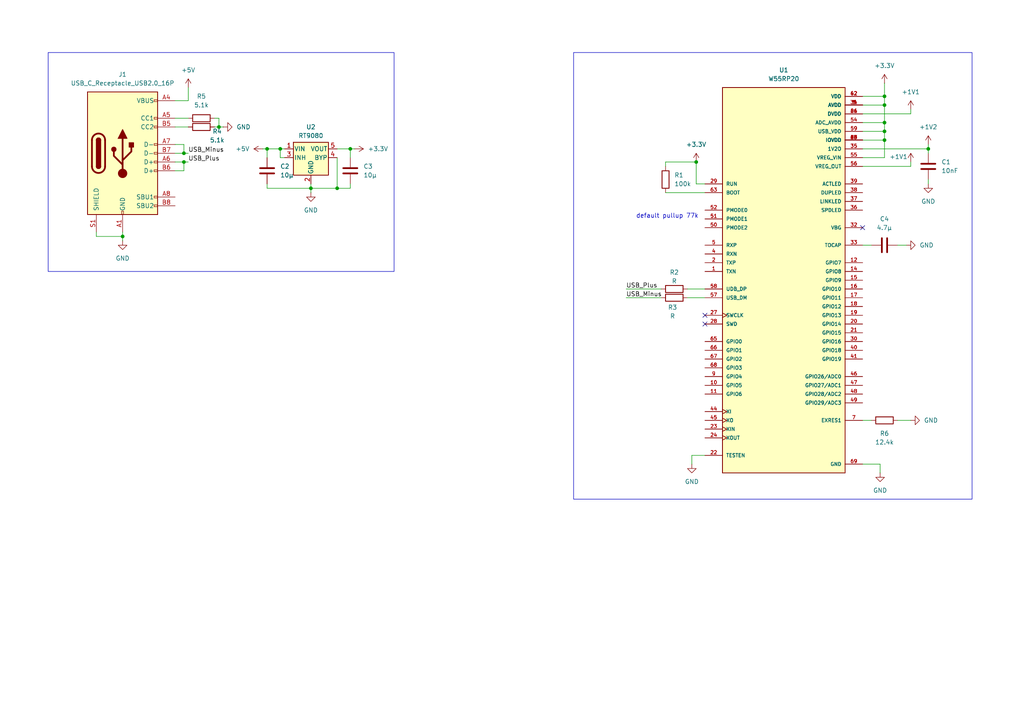
<source format=kicad_sch>
(kicad_sch (version 20250114) (generator "eeschema") (generator_version "9.0")
  (paper "A4")
  (lib_symbols
    (symbol "Connector:USB_C_Receptacle_USB2.0_16P" (pin_names (offset 1.016))
      (property "Reference" "J" (at 0 22.225 0))
      (property "Value" "USB_C_Receptacle_USB2.0_16P" (at 0 19.685 0))
      (symbol "USB_C_Receptacle_USB2.0_16P_0_0"
        (rectangle (start -0.254 -17.78) (end 0.254 -16.764))
        (rectangle (start 10.16 15.494) (end 9.144 14.986))
        (rectangle (start 10.16 10.414) (end 9.144 9.906))
        (rectangle (start 10.16 7.874) (end 9.144 7.366))
        (rectangle (start 10.16 2.794) (end 9.144 2.286))
        (rectangle (start 10.16 0.254) (end 9.144 -0.254))
        (rectangle (start 10.16 -2.286) (end 9.144 -2.794))
        (rectangle (start 10.16 -4.826) (end 9.144 -5.334))
        (rectangle (start 10.16 -12.446) (end 9.144 -12.954))
        (rectangle (start 10.16 -14.986) (end 9.144 -15.494))
      )
      (symbol "USB_C_Receptacle_USB2.0_16P_0_1"
        (rectangle (start -10.16 17.78) (end 10.16 -17.78) (stroke (width 0.254)) (fill (type background)))
        (polyline (pts (xy -8.89 -3.81) (xy -8.89 3.81)) (stroke (width 0.508)))
        (rectangle (start -7.62 -3.81) (end -6.35 3.81) (stroke (width 0.254)) (fill (type outline)))
        (arc (start -7.62 3.81) (mid -6.985 4.4423) (end -6.35 3.81) (stroke (width 0.254)))
        (arc (start -7.62 3.81) (mid -6.985 4.4423) (end -6.35 3.81) (stroke (width 0.254)) (fill (type outline)))
        (arc (start -8.89 3.81) (mid -6.985 5.7067) (end -5.08 3.81) (stroke (width 0.508)))
        (arc (start -5.08 -3.81) (mid -6.985 -5.7067) (end -8.89 -3.81) (stroke (width 0.508)))
        (arc (start -6.35 -3.81) (mid -6.985 -4.4423) (end -7.62 -3.81) (stroke (width 0.254)))
        (arc (start -6.35 -3.81) (mid -6.985 -4.4423) (end -7.62 -3.81) (stroke (width 0.254)) (fill (type outline)))
        (polyline (pts (xy -5.08 3.81) (xy -5.08 -3.81)) (stroke (width 0.508)))
        (circle (center -2.54 1.143) (radius 0.635) (stroke (width 0.254)) (fill (type outline)))
        (polyline (pts (xy -1.27 4.318) (xy 0 6.858) (xy 1.27 4.318) (xy -1.27 4.318)) (stroke (width 0.254)) (fill (type outline)))
        (polyline (pts (xy 0 -2.032) (xy 2.54 0.508) (xy 2.54 1.778)) (stroke (width 0.508)))
        (polyline (pts (xy 0 -3.302) (xy -2.54 -0.762) (xy -2.54 0.508)) (stroke (width 0.508)))
        (polyline (pts (xy 0 -5.842) (xy 0 4.318)) (stroke (width 0.508)))
        (circle (center 0 -5.842) (radius 1.27) (fill (type outline)))
        (rectangle (start 1.905 1.778) (end 3.175 3.048) (stroke (width 0.254)) (fill (type outline)))
      )
      (symbol "USB_C_Receptacle_USB2.0_16P_1_1"
        (pin passive line (at -7.62 -22.86 90) (length 5.08) (name "SHIELD") (number "S1"))
        (pin passive line (at 0 -22.86 90) (length 5.08) (name "GND") (number "A1"))
        (pin passive line (at 0 -22.86 90) (length 5.08) (hide yes) (name "GND") (number "A12"))
        (pin passive line (at 0 -22.86 90) (length 5.08) (hide yes) (name "GND") (number "B1"))
        (pin passive line (at 0 -22.86 90) (length 5.08) (hide yes) (name "GND") (number "B12"))
        (pin passive line (at 15.24 15.24 180) (length 5.08) (name "VBUS") (number "A4"))
        (pin passive line (at 15.24 15.24 180) (length 5.08) (hide yes) (name "VBUS") (number "A9"))
        (pin passive line (at 15.24 15.24 180) (length 5.08) (hide yes) (name "VBUS") (number "B4"))
        (pin passive line (at 15.24 15.24 180) (length 5.08) (hide yes) (name "VBUS") (number "B9"))
        (pin bidirectional line (at 15.24 10.16 180) (length 5.08) (name "CC1") (number "A5"))
        (pin bidirectional line (at 15.24 7.62 180) (length 5.08) (name "CC2") (number "B5"))
        (pin bidirectional line (at 15.24 2.54 180) (length 5.08) (name "D-") (number "A7"))
        (pin bidirectional line (at 15.24 0 180) (length 5.08) (name "D-") (number "B7"))
        (pin bidirectional line (at 15.24 -2.54 180) (length 5.08) (name "D+") (number "A6"))
        (pin bidirectional line (at 15.24 -5.08 180) (length 5.08) (name "D+") (number "B6"))
        (pin bidirectional line (at 15.24 -12.7 180) (length 5.08) (name "SBU1") (number "A8"))
        (pin bidirectional line (at 15.24 -15.24 180) (length 5.08) (name "SBU2") (number "B8"))
      )
    )
    (symbol "Device:C" (pin_numbers (hide yes)) (pin_names (offset 0.254))
      (property "Reference" "C" (at 0.635 2.54 0))
      (property "Value" "C" (at 0.635 -2.54 0))
      (symbol "C_0_1"
        (polyline (pts (xy -2.032 0.762) (xy 2.032 0.762)) (stroke (width 0.508)))
        (polyline (pts (xy -2.032 -0.762) (xy 2.032 -0.762)) (stroke (width 0.508)))
      )
      (symbol "C_1_1"
        (pin passive line (at 0 3.81 270) (length 2.794) (name "~") (number "1"))
        (pin passive line (at 0 -3.81 90) (length 2.794) (name "~") (number "2"))
      )
    )
    (symbol "Device:R" (pin_numbers (hide yes)) (pin_names (offset 0))
      (property "Reference" "R" (at 2.032 0 90))
      (property "Value" "R" (at 0 0 90))
      (symbol "R_0_1"
        (rectangle (start -1.016 -2.54) (end 1.016 2.54) (stroke (width 0.254)))
      )
      (symbol "R_1_1"
        (pin passive line (at 0 3.81 270) (length 1.27) (name "~") (number "1"))
        (pin passive line (at 0 -3.81 90) (length 1.27) (name "~") (number "2"))
      )
    )
    (symbol "Regulator_Linear:LD3985G33R_TSOT23" (pin_names (offset 0.254))
      (property "Reference" "U" (at -4.064 5.588 0))
      (property "Value" "LD3985G33R_TSOT23" (at 0 5.588 0))
      (symbol "LD3985G33R_TSOT23_0_1"
        (rectangle (start -5.08 4.445) (end 5.08 -5.08) (stroke (width 0.254)) (fill (type background)))
      )
      (symbol "LD3985G33R_TSOT23_1_1"
        (pin power_in line (at -7.62 2.54 0) (length 2.54) (name "VIN") (number "1"))
        (pin input line (at -7.62 0 0) (length 2.54) (name "INH") (number "3"))
        (pin power_in line (at 0 -7.62 90) (length 2.54) (name "GND") (number "2"))
        (pin power_out line (at 7.62 2.54 180) (length 2.54) (name "VOUT") (number "5"))
        (pin input line (at 7.62 0 180) (length 2.54) (name "BYP") (number "4"))
      )
    )
    (symbol "W55RP20:W55RP20" (pin_names (offset 1.016))
      (property "Reference" "U" (at -17.8059 57.242 0))
      (property "Value" "W55RP20" (at -17.8306 -58.598 0))
      (symbol "W55RP20_0_0"
        (rectangle (start -17.78 -55.88) (end 17.78 55.88) (stroke (width 0.254)) (fill (type background)))
        (pin input line (at -22.86 27.94 0) (length 5.08) (name "RUN") (number "29"))
        (pin input line (at -22.86 25.4 0) (length 5.08) (name "BOOT") (number "63"))
        (pin input line (at -22.86 20.32 0) (length 5.08) (name "PMODE0") (number "52"))
        (pin input line (at -22.86 17.78 0) (length 5.08) (name "PMODE1") (number "51"))
        (pin input line (at -22.86 15.24 0) (length 5.08) (name "PMODE2") (number "50"))
        (pin input line (at -22.86 10.16 0) (length 5.08) (name "RXP") (number "5"))
        (pin input line (at -22.86 7.62 0) (length 5.08) (name "RXN") (number "4"))
        (pin output line (at -22.86 5.08 0) (length 5.08) (name "TXP") (number "2"))
        (pin output line (at -22.86 2.54 0) (length 5.08) (name "TXN") (number "1"))
        (pin bidirectional line (at -22.86 -2.54 0) (length 5.08) (name "UDB_DP") (number "58"))
        (pin bidirectional line (at -22.86 -5.08 0) (length 5.08) (name "USB_DM") (number "57"))
        (pin output clock (at -22.86 -10.16 0) (length 5.08) (name "SWCLK") (number "27"))
        (pin bidirectional line (at -22.86 -12.7 0) (length 5.08) (name "SWD") (number "28"))
        (pin bidirectional line (at -22.86 -17.78 0) (length 5.08) (name "GPIO0") (number "65"))
        (pin bidirectional line (at -22.86 -20.32 0) (length 5.08) (name "GPIO1") (number "66"))
        (pin bidirectional line (at -22.86 -22.86 0) (length 5.08) (name "GPIO2") (number "67"))
        (pin bidirectional line (at -22.86 -25.4 0) (length 5.08) (name "GPIO3") (number "68"))
        (pin bidirectional line (at -22.86 -27.94 0) (length 5.08) (name "GPIO4") (number "9"))
        (pin bidirectional line (at -22.86 -30.48 0) (length 5.08) (name "GPIO5") (number "10"))
        (pin bidirectional line (at -22.86 -33.02 0) (length 5.08) (name "GPIO6") (number "11"))
        (pin input clock (at -22.86 -38.1 0) (length 5.08) (name "XI") (number "44"))
        (pin output clock (at -22.86 -40.64 0) (length 5.08) (name "XO") (number "45"))
        (pin input clock (at -22.86 -43.18 0) (length 5.08) (name "XIN") (number "23"))
        (pin output clock (at -22.86 -45.72 0) (length 5.08) (name "XOUT") (number "24"))
        (pin input line (at -22.86 -50.8 0) (length 5.08) (name "TESTEN") (number "22"))
        (pin power_in line (at 22.86 53.34 180) (length 5.08) (name "VDD") (number "42"))
        (pin power_in line (at 22.86 53.34 180) (length 5.08) (name "VDD") (number "62"))
        (pin power_in line (at 22.86 50.8 180) (length 5.08) (name "AVDD") (number "3"))
        (pin power_in line (at 22.86 50.8 180) (length 5.08) (name "AVDD") (number "31"))
        (pin power_in line (at 22.86 50.8 180) (length 5.08) (name "AVDD") (number "34"))
        (pin power_in line (at 22.86 50.8 180) (length 5.08) (name "AVDD") (number "6"))
        (pin power_in line (at 22.86 50.8 180) (length 5.08) (name "AVDD") (number "8"))
        (pin power_in line (at 22.86 48.26 180) (length 5.08) (name "DVDD") (number "26"))
        (pin power_in line (at 22.86 48.26 180) (length 5.08) (name "DVDD") (number "61"))
        (pin power_in line (at 22.86 45.72 180) (length 5.08) (name "ADC_AVDD") (number "54"))
        (pin power_in line (at 22.86 43.18 180) (length 5.08) (name "USB_VDD") (number "59"))
        (pin power_in line (at 22.86 40.64 180) (length 5.08) (name "IOVDD") (number "13"))
        (pin power_in line (at 22.86 40.64 180) (length 5.08) (name "IOVDD") (number "25"))
        (pin power_in line (at 22.86 40.64 180) (length 5.08) (name "IOVDD") (number "43"))
        (pin power_in line (at 22.86 40.64 180) (length 5.08) (name "IOVDD") (number "53"))
        (pin power_in line (at 22.86 40.64 180) (length 5.08) (name "IOVDD") (number "60"))
        (pin power_in line (at 22.86 40.64 180) (length 5.08) (name "IOVDD") (number "64"))
        (pin power_in line (at 22.86 38.1 180) (length 5.08) (name "1V2O") (number "35"))
        (pin power_in line (at 22.86 35.56 180) (length 5.08) (name "VREG_VIN") (number "55"))
        (pin power_in line (at 22.86 33.02 180) (length 5.08) (name "VREG_OUT") (number "56"))
        (pin output line (at 22.86 27.94 180) (length 5.08) (name "ACTLED") (number "39"))
        (pin output line (at 22.86 25.4 180) (length 5.08) (name "DUPLED") (number "38"))
        (pin output line (at 22.86 22.86 180) (length 5.08) (name "LINKLED") (number "37"))
        (pin output line (at 22.86 20.32 180) (length 5.08) (name "SPDLED") (number "36"))
        (pin output line (at 22.86 15.24 180) (length 5.08) (name "VBG") (number "32"))
        (pin output line (at 22.86 10.16 180) (length 5.08) (name "TOCAP") (number "33"))
        (pin bidirectional line (at 22.86 5.08 180) (length 5.08) (name "GPIO7") (number "12"))
        (pin bidirectional line (at 22.86 2.54 180) (length 5.08) (name "GPIO8") (number "14"))
        (pin bidirectional line (at 22.86 0 180) (length 5.08) (name "GPIO9") (number "15"))
        (pin bidirectional line (at 22.86 -2.54 180) (length 5.08) (name "GPIO10") (number "16"))
        (pin bidirectional line (at 22.86 -5.08 180) (length 5.08) (name "GPIO11") (number "17"))
        (pin bidirectional line (at 22.86 -7.62 180) (length 5.08) (name "GPIO12") (number "18"))
        (pin bidirectional line (at 22.86 -10.16 180) (length 5.08) (name "GPIO13") (number "19"))
        (pin bidirectional line (at 22.86 -12.7 180) (length 5.08) (name "GPIO14") (number "20"))
        (pin bidirectional line (at 22.86 -15.24 180) (length 5.08) (name "GPIO15") (number "21"))
        (pin bidirectional line (at 22.86 -17.78 180) (length 5.08) (name "GPIO16") (number "30"))
        (pin bidirectional line (at 22.86 -20.32 180) (length 5.08) (name "GPIO18") (number "40"))
        (pin bidirectional line (at 22.86 -22.86 180) (length 5.08) (name "GPIO19") (number "41"))
        (pin bidirectional line (at 22.86 -27.94 180) (length 5.08) (name "GPIO26/ADC0") (number "46"))
        (pin bidirectional line (at 22.86 -30.48 180) (length 5.08) (name "GPIO27/ADC1") (number "47"))
        (pin bidirectional line (at 22.86 -33.02 180) (length 5.08) (name "GPIO28/ADC2") (number "48"))
        (pin bidirectional line (at 22.86 -35.56 180) (length 5.08) (name "GPIO29/ADC3") (number "49"))
        (pin passive line (at 22.86 -40.64 180) (length 5.08) (name "EXRES1") (number "7"))
        (pin power_in line (at 22.86 -53.34 180) (length 5.08) (name "GND") (number "69"))
      )
    )
    (symbol "power:+1V1" (power) (pin_numbers (hide yes)) (pin_names (offset 0) (hide yes))
      (property "Value" "+1V1" (at 0 3.556 0))
      (symbol "+1V1_0_1"
        (polyline (pts (xy -0.762 1.27) (xy 0 2.54)))
        (polyline (pts (xy 0 2.54) (xy 0.762 1.27)))
        (polyline (pts (xy 0 0) (xy 0 2.54)))
      )
      (symbol "+1V1_1_1"
        (pin power_in line (at 0 0 90) (length 0) (name "~") (number "1"))
      )
    )
    (symbol "power:+1V2" (power) (pin_numbers (hide yes)) (pin_names (offset 0) (hide yes))
      (property "Value" "+1V2" (at 0 3.556 0))
      (symbol "+1V2_0_1"
        (polyline (pts (xy -0.762 1.27) (xy 0 2.54)))
        (polyline (pts (xy 0 2.54) (xy 0.762 1.27)))
        (polyline (pts (xy 0 0) (xy 0 2.54)))
      )
      (symbol "+1V2_1_1"
        (pin power_in line (at 0 0 90) (length 0) (name "~") (number "1"))
      )
    )
    (symbol "power:+3.3V" (power) (pin_numbers (hide yes)) (pin_names (offset 0) (hide yes))
      (property "Value" "+3.3V" (at 0 3.556 0))
      (symbol "+3.3V_0_1"
        (polyline (pts (xy -0.762 1.27) (xy 0 2.54)))
        (polyline (pts (xy 0 2.54) (xy 0.762 1.27)))
        (polyline (pts (xy 0 0) (xy 0 2.54)))
      )
      (symbol "+3.3V_1_1"
        (pin power_in line (at 0 0 90) (length 0) (name "~") (number "1"))
      )
    )
    (symbol "power:+5V" (power) (pin_numbers (hide yes)) (pin_names (offset 0) (hide yes))
      (property "Value" "+5V" (at 0 3.556 0))
      (symbol "+5V_0_1"
        (polyline (pts (xy -0.762 1.27) (xy 0 2.54)))
        (polyline (pts (xy 0 2.54) (xy 0.762 1.27)))
        (polyline (pts (xy 0 0) (xy 0 2.54)))
      )
      (symbol "+5V_1_1"
        (pin power_in line (at 0 0 90) (length 0) (name "~") (number "1"))
      )
    )
    (symbol "power:GND" (power) (pin_numbers (hide yes)) (pin_names (offset 0) (hide yes))
      (property "Value" "GND" (at 0 -3.81 0))
      (symbol "GND_0_1"
        (polyline (pts (xy 0 0) (xy 0 -1.27) (xy 1.27 -1.27) (xy 0 -2.54) (xy -1.27 -1.27) (xy 0 -1.27)))
      )
      (symbol "GND_1_1"
        (pin power_in line (at 0 0 270) (length 0) (name "~") (number "1"))
      )
    )
  )
  (rectangle (start 13.97 15.24) (end 114.3 78.74))
  (rectangle (start 166.37 15.24) (end 281.94 144.78))
  (text "default pullup 77k\n" (at 193.548 62.738 0) (effects (font (size 1.27 1.27))))
  (junction (at 90.17 54.61))
  (junction (at 256.54 35.56))
  (junction (at 256.54 38.1))
  (junction (at 77.47 43.18))
  (junction (at 256.54 40.64))
  (junction (at 53.34 44.45))
  (junction (at 35.56 68.58))
  (junction (at 53.34 46.99))
  (junction (at 81.28 43.18))
  (junction (at 256.54 30.48))
  (junction (at 97.79 54.61))
  (junction (at 101.6 43.18))
  (junction (at 256.54 27.94))
  (junction (at 269.24 43.18))
  (junction (at 201.93 46.99))
  (junction (at 63.5 36.83))
  (no_connect (at 204.47 93.98))
  (no_connect (at 250.19 66.04))
  (no_connect (at 204.47 91.44))
  (wire (pts (xy 260.35 121.92) (xy 264.16 121.92)))
  (wire (pts (xy 256.54 35.56) (xy 256.54 38.1)))
  (wire (pts (xy 77.47 53.34) (xy 77.47 54.61)))
  (wire (pts (xy 77.47 54.61) (xy 90.17 54.61)))
  (wire (pts (xy 250.19 43.18) (xy 269.24 43.18)))
  (wire (pts (xy 269.24 52.07) (xy 269.24 53.34)))
  (wire (pts (xy 199.39 83.82) (xy 204.47 83.82)))
  (wire (pts (xy 77.47 43.18) (xy 76.2 43.18)))
  (wire (pts (xy 101.6 54.61) (xy 97.79 54.61)))
  (wire (pts (xy 82.55 45.72) (xy 81.28 45.72)))
  (wire (pts (xy 199.39 86.36) (xy 204.47 86.36)))
  (wire (pts (xy 54.61 29.21) (xy 50.8 29.21)))
  (wire (pts (xy 250.19 38.1) (xy 256.54 38.1)))
  (wire (pts (xy 201.93 53.34) (xy 204.47 53.34)))
  (wire (pts (xy 260.35 71.12) (xy 262.89 71.12)))
  (wire (pts (xy 90.17 54.61) (xy 90.17 55.88)))
  (wire (pts (xy 97.79 54.61) (xy 90.17 54.61)))
  (wire (pts (xy 53.34 41.91) (xy 53.34 44.45)))
  (wire (pts (xy 255.27 134.62) (xy 250.19 134.62)))
  (wire (pts (xy 63.5 34.29) (xy 63.5 36.83)))
  (wire (pts (xy 250.19 30.48) (xy 256.54 30.48)))
  (wire (pts (xy 77.47 43.18) (xy 77.47 45.72)))
  (wire (pts (xy 200.66 132.08) (xy 204.47 132.08)))
  (wire (pts (xy 250.19 40.64) (xy 256.54 40.64)))
  (wire (pts (xy 63.5 36.83) (xy 64.77 36.83)))
  (wire (pts (xy 193.04 46.99) (xy 193.04 48.26)))
  (wire (pts (xy 193.04 55.88) (xy 204.47 55.88)))
  (wire (pts (xy 27.94 67.31) (xy 27.94 68.58)))
  (wire (pts (xy 256.54 30.48) (xy 256.54 35.56)))
  (wire (pts (xy 181.61 83.82) (xy 191.77 83.82)))
  (wire (pts (xy 90.17 53.34) (xy 90.17 54.61)))
  (wire (pts (xy 256.54 27.94) (xy 256.54 30.48)))
  (wire (pts (xy 264.16 46.99) (xy 264.16 48.26)))
  (wire (pts (xy 27.94 68.58) (xy 35.56 68.58)))
  (wire (pts (xy 256.54 35.56) (xy 250.19 35.56)))
  (wire (pts (xy 50.8 41.91) (xy 53.34 41.91)))
  (wire (pts (xy 35.56 68.58) (xy 35.56 69.85)))
  (wire (pts (xy 264.16 33.02) (xy 250.19 33.02)))
  (wire (pts (xy 97.79 43.18) (xy 101.6 43.18)))
  (wire (pts (xy 50.8 49.53) (xy 53.34 49.53)))
  (wire (pts (xy 50.8 36.83) (xy 54.61 36.83)))
  (wire (pts (xy 53.34 46.99) (xy 54.61 46.99)))
  (wire (pts (xy 255.27 137.16) (xy 255.27 134.62)))
  (wire (pts (xy 201.93 46.99) (xy 201.93 53.34)))
  (wire (pts (xy 269.24 43.18) (xy 269.24 44.45)))
  (wire (pts (xy 256.54 40.64) (xy 256.54 45.72)))
  (wire (pts (xy 101.6 43.18) (xy 102.87 43.18)))
  (wire (pts (xy 54.61 25.4) (xy 54.61 29.21)))
  (wire (pts (xy 201.93 46.99) (xy 193.04 46.99)))
  (wire (pts (xy 250.19 71.12) (xy 252.73 71.12)))
  (wire (pts (xy 264.16 31.75) (xy 264.16 33.02)))
  (wire (pts (xy 81.28 45.72) (xy 81.28 43.18)))
  (wire (pts (xy 97.79 45.72) (xy 97.79 54.61)))
  (wire (pts (xy 50.8 44.45) (xy 53.34 44.45)))
  (wire (pts (xy 200.66 134.62) (xy 200.66 132.08)))
  (wire (pts (xy 250.19 45.72) (xy 256.54 45.72)))
  (wire (pts (xy 181.61 86.36) (xy 191.77 86.36)))
  (wire (pts (xy 53.34 44.45) (xy 54.61 44.45)))
  (wire (pts (xy 62.23 36.83) (xy 63.5 36.83)))
  (wire (pts (xy 35.56 67.31) (xy 35.56 68.58)))
  (wire (pts (xy 269.24 43.18) (xy 269.24 41.91)))
  (wire (pts (xy 256.54 38.1) (xy 256.54 40.64)))
  (wire (pts (xy 82.55 43.18) (xy 81.28 43.18)))
  (wire (pts (xy 50.8 34.29) (xy 54.61 34.29)))
  (wire (pts (xy 256.54 27.94) (xy 250.19 27.94)))
  (wire (pts (xy 81.28 43.18) (xy 77.47 43.18)))
  (wire (pts (xy 264.16 48.26) (xy 250.19 48.26)))
  (wire (pts (xy 101.6 43.18) (xy 101.6 45.72)))
  (wire (pts (xy 50.8 46.99) (xy 53.34 46.99)))
  (wire (pts (xy 250.19 121.92) (xy 252.73 121.92)))
  (wire (pts (xy 53.34 49.53) (xy 53.34 46.99)))
  (wire (pts (xy 62.23 34.29) (xy 63.5 34.29)))
  (wire (pts (xy 101.6 53.34) (xy 101.6 54.61)))
  (wire (pts (xy 256.54 24.13) (xy 256.54 27.94)))
  (label "USB_Plus" (at 54.61 46.99 0))
  (label "USB_Plus" (at 181.61 83.82 0))
  (label "USB_Minus" (at 54.61 44.45 0))
  (label "USB_Minus" (at 181.61 86.36 0))
  (symbol (lib_id "power:+5V") (at 54.61 25.4 0) (unit 1)
    (property "Reference" "#PWR09" (effects (hide yes)))
    (property "Value" "+5V" (at 54.61 20.32 0))
    (property "Description" "Power symbol creates a global label with name \"+5V\"" (effects (hide yes)))
  )
  (symbol (lib_id "Device:C") (at 101.6 49.53 0) (unit 1)
    (property "Reference" "C3" (at 105.41 48.2599 0) (effects (justify left)))
    (property "Value" "10μ" (at 105.41 50.7999 0) (effects (justify left)))
    (property "Description" "Unpolarized capacitor" (effects (hide yes)))
  )
  (symbol (lib_id "power:GND") (at 264.16 121.92 90) (unit 1)
    (property "Reference" "#PWR015" (effects (hide yes)))
    (property "Value" "GND" (at 267.97 121.9199 90) (effects (justify right)))
    (property "Description" "Power symbol creates a global label with name \"GND\" , ground" (effects (hide yes)))
  )
  (symbol (lib_id "power:+3.3V") (at 256.54 24.13 0) (unit 1)
    (property "Reference" "#PWR01" (effects (hide yes)))
    (property "Value" "+3.3V" (at 256.54 19.05 0))
    (property "Description" "Power symbol creates a global label with name \"+3.3V\"" (effects (hide yes)))
  )
  (symbol (lib_id "Device:C") (at 256.54 71.12 270) (unit 1)
    (property "Reference" "C4" (at 256.54 63.5 90))
    (property "Value" "4.7μ" (at 256.54 66.04 90))
    (property "Description" "Unpolarized capacitor" (effects (hide yes)))
  )
  (symbol (lib_id "power:+5V") (at 76.2 43.18 90) (unit 1)
    (property "Reference" "#PWR012" (effects (hide yes)))
    (property "Value" "+5V" (at 72.39 43.1799 90) (effects (justify left)))
    (property "Description" "Power symbol creates a global label with name \"+5V\"" (effects (hide yes)))
  )
  (symbol (lib_id "power:+3.3V") (at 102.87 43.18 270) (unit 1)
    (property "Reference" "#PWR014" (effects (hide yes)))
    (property "Value" "+3.3V" (at 106.68 43.1799 90) (effects (justify left)))
    (property "Description" "Power symbol creates a global label with name \"+3.3V\"" (effects (hide yes)))
  )
  (symbol (lib_id "power:GND") (at 269.24 53.34 0) (unit 1)
    (property "Reference" "#PWR04" (effects (hide yes)))
    (property "Value" "GND" (at 269.24 58.42 0))
    (property "Description" "Power symbol creates a global label with name \"GND\" , ground" (effects (hide yes)))
  )
  (symbol (lib_id "W55RP20:W55RP20") (at 227.33 81.28 0) (unit 1)
    (property "Reference" "U1" (at 227.33 20.32 0))
    (property "Value" "W55RP20" (at 227.33 22.86 0))
    (property "Footprint" "W55RP20:QFN40P800X800X90-69N" (effects (hide yes)))
    (property "MF" "WIZnet" (effects (hide yes)))
    (property "MAXIMUM_PACKAGE_HEIGHT" "0.9 mm" (effects (hide yes)))
    (property "Package" "None" (effects (hide yes)))
    (property "Price" "None" (effects (hide yes)))
    (property "Check_prices" "https://www.snapeda.com/parts/W55RP20/WIZnet/view-part/?ref=eda" (effects (hide yes)))
    (property "STANDARD" "IPC-7351B" (effects (hide yes)))
    (property "PARTREV" "0.1.0" (effects (hide yes)))
    (property "SnapEDA_Link" "https://www.snapeda.com/parts/W55RP20/WIZnet/view-part/?ref=snap" (effects (hide yes)))
    (property "MP" "W55RP20" (effects (hide yes)))
    (property "Description_1" "System-in-Package (SiP) solution that integrates WIZnet's W5500 Ethernet controller" (effects (hide yes)))
    (property "Availability" "In Stock" (effects (hide yes)))
    (property "MANUFACTURER" "WIZnet" (effects (hide yes)))
  )
  (symbol (lib_id "power:GND") (at 90.17 55.88 0) (unit 1)
    (property "Reference" "#PWR013" (effects (hide yes)))
    (property "Value" "GND" (at 90.17 60.96 0))
    (property "Description" "Power symbol creates a global label with name \"GND\" , ground" (effects (hide yes)))
  )
  (symbol (lib_id "power:GND") (at 255.27 137.16 0) (unit 1)
    (property "Reference" "#PWR08" (effects (hide yes)))
    (property "Value" "GND" (at 255.27 142.24 0))
    (property "Description" "Power symbol creates a global label with name \"GND\" , ground" (effects (hide yes)))
  )
  (symbol (lib_id "Device:C") (at 269.24 48.26 180) (unit 1)
    (property "Reference" "C1" (at 273.05 46.9899 0) (effects (justify right)))
    (property "Value" "10nF" (at 273.05 49.5299 0) (effects (justify right)))
    (property "Description" "Unpolarized capacitor" (effects (hide yes)))
  )
  (symbol (lib_id "Device:R") (at 256.54 121.92 90) (unit 1)
    (property "Reference" "R6" (at 256.54 125.73 90))
    (property "Value" "12.4k" (at 256.54 128.27 90))
    (property "Description" "Resistor" (effects (hide yes)))
  )
  (symbol (lib_id "power:+1V2") (at 269.24 41.91 0) (unit 1)
    (property "Reference" "#PWR03" (effects (hide yes)))
    (property "Value" "+1V2" (at 269.24 36.83 0))
    (property "Description" "Power symbol creates a global label with name \"+1V2\"" (effects (hide yes)))
  )
  (symbol (lib_id "Device:R") (at 193.04 52.07 180) (unit 1)
    (property "Reference" "R1" (at 195.58 50.7999 0) (effects (justify right)))
    (property "Value" "100k" (at 195.58 53.3399 0) (effects (justify right)))
    (property "Description" "Resistor" (effects (hide yes)))
  )
  (symbol (lib_id "Device:R") (at 195.58 86.36 90) (unit 1)
    (property "Reference" "R3" (at 195.072 89.154 90))
    (property "Value" "R" (at 195.072 91.694 90))
    (property "Description" "Resistor" (effects (hide yes)))
  )
  (symbol (lib_id "power:GND") (at 200.66 134.62 0) (unit 1)
    (property "Reference" "#PWR07" (effects (hide yes)))
    (property "Value" "GND" (at 200.66 139.7 0))
    (property "Description" "Power symbol creates a global label with name \"GND\" , ground" (effects (hide yes)))
  )
  (symbol (lib_id "Device:C") (at 77.47 49.53 0) (unit 1)
    (property "Reference" "C2" (at 81.28 48.2599 0) (effects (justify left)))
    (property "Value" "10μ" (at 81.28 50.7999 0) (effects (justify left)))
    (property "Description" "Unpolarized capacitor" (effects (hide yes)))
  )
  (symbol (lib_id "Connector:USB_C_Receptacle_USB2.0_16P") (at 35.56 44.45 0) (unit 1)
    (property "Reference" "J1" (at 35.56 21.59 0))
    (property "Value" "USB_C_Receptacle_USB2.0_16P" (at 35.56 24.13 0))
    (property "Datasheet" "https://www.usb.org/sites/default/files/documents/usb_type-c.zip" (effects (hide yes)))
    (property "Description" "USB 2.0-only 16P Type-C Receptacle connector" (effects (hide yes)))
  )
  (symbol (lib_id "power:+1V1") (at 264.16 46.99 0) (unit 1)
    (property "Reference" "#PWR05" (effects (hide yes)))
    (property "Value" "+1V1" (at 260.604 45.466 0))
    (property "Description" "Power symbol creates a global label with name \"+1V1\"" (effects (hide yes)))
  )
  (symbol (lib_id "Device:R") (at 58.42 36.83 270) (unit 1)
    (property "Reference" "R4" (at 62.992 38.1 90))
    (property "Value" "5.1k" (at 62.992 40.64 90))
    (property "Description" "Resistor" (effects (hide yes)))
  )
  (symbol (lib_id "Device:R") (at 195.58 83.82 90) (unit 1)
    (property "Reference" "R2" (at 195.58 78.994 90))
    (property "Value" "R" (at 195.58 81.534 90))
    (property "Description" "Resistor" (effects (hide yes)))
  )
  (symbol (lib_id "power:GND") (at 35.56 69.85 0) (unit 1)
    (property "Reference" "#PWR010" (effects (hide yes)))
    (property "Value" "GND" (at 35.56 74.93 0))
    (property "Description" "Power symbol creates a global label with name \"GND\" , ground" (effects (hide yes)))
  )
  (symbol (lib_id "power:GND") (at 64.77 36.83 90) (unit 1)
    (property "Reference" "#PWR011" (effects (hide yes)))
    (property "Value" "GND" (at 68.58 36.8299 90) (effects (justify right)))
    (property "Description" "Power symbol creates a global label with name \"GND\" , ground" (effects (hide yes)))
  )
  (symbol (lib_id "Device:R") (at 58.42 34.29 270) (unit 1)
    (property "Reference" "R5" (at 58.42 27.94 90))
    (property "Value" "5.1k" (at 58.42 30.48 90))
    (property "Description" "Resistor" (effects (hide yes)))
  )
  (symbol (lib_id "power:GND") (at 262.89 71.12 90) (unit 1)
    (property "Reference" "#PWR016" (effects (hide yes)))
    (property "Value" "GND" (at 266.7 71.1199 90) (effects (justify right)))
    (property "Description" "Power symbol creates a global label with name \"GND\" , ground" (effects (hide yes)))
  )
  (symbol (lib_id "Regulator_Linear:LD3985G33R_TSOT23") (at 90.17 45.72 0) (unit 1)
    (property "Reference" "U2" (at 90.17 36.83 0))
    (property "Value" "RT9080" (at 90.17 39.37 0))
    (property "Footprint" "Package_TO_SOT_SMD:TSOT-23-5" (effects (hide yes)))
    (property "Datasheet" "http://www.st.com/internet/com/TECHNICAL_RESOURCES/TECHNICAL_LITERATURE/DATASHEET/CD00003395.pdf" (effects (hide yes)))
    (property "Description" "150mA Low Dropout Voltage Regulator, Fixed Output 3.3V, TSOT-23-5" (effects (hide yes)))
  )
  (symbol (lib_id "power:+3.3V") (at 201.93 46.99 0) (unit 1)
    (property "Reference" "#PWR06" (effects (hide yes)))
    (property "Value" "+3.3V" (at 201.93 41.91 0))
    (property "Description" "Power symbol creates a global label with name \"+3.3V\"" (effects (hide yes)))
  )
  (symbol (lib_id "power:+1V1") (at 264.16 31.75 0) (unit 1)
    (property "Reference" "#PWR02" (effects (hide yes)))
    (property "Value" "+1V1" (at 264.16 26.67 0))
    (property "Description" "Power symbol creates a global label with name \"+1V1\"" (effects (hide yes)))
  )
)
</source>
